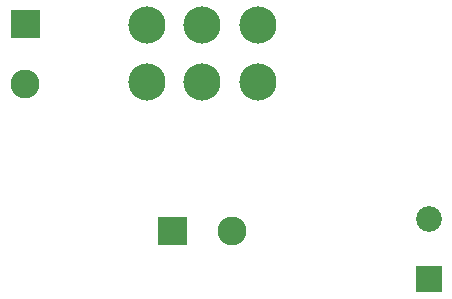
<source format=gbr>
G04 start of page 7 for group -4062 idx -4062 *
G04 Title: (unknown), soldermask *
G04 Creator: pcb 20140316 *
G04 CreationDate: Thu 20 Aug 2020 03:07:22 AM GMT UTC *
G04 For: railfan *
G04 Format: Gerber/RS-274X *
G04 PCB-Dimensions (mil): 2000.00 2000.00 *
G04 PCB-Coordinate-Origin: lower left *
%MOIN*%
%FSLAX25Y25*%
%LNBOTTOMMASK*%
%ADD37C,0.0960*%
%ADD36C,0.0860*%
%ADD35C,0.1240*%
%ADD34C,0.0001*%
G54D34*G36*
X171200Y29300D02*Y20700D01*
X179800D01*
Y29300D01*
X171200D01*
G37*
G54D35*X81500Y109500D03*
X100000D03*
X118500D03*
X81500Y90500D03*
X100000D03*
X118500D03*
G54D36*X175500Y45000D03*
G54D34*G36*
X85200Y45800D02*Y36200D01*
X94800D01*
Y45800D01*
X85200D01*
G37*
G54D37*X110000Y41000D03*
G54D34*G36*
X36200Y114800D02*Y105200D01*
X45800D01*
Y114800D01*
X36200D01*
G37*
G54D37*X41000Y90000D03*
M02*

</source>
